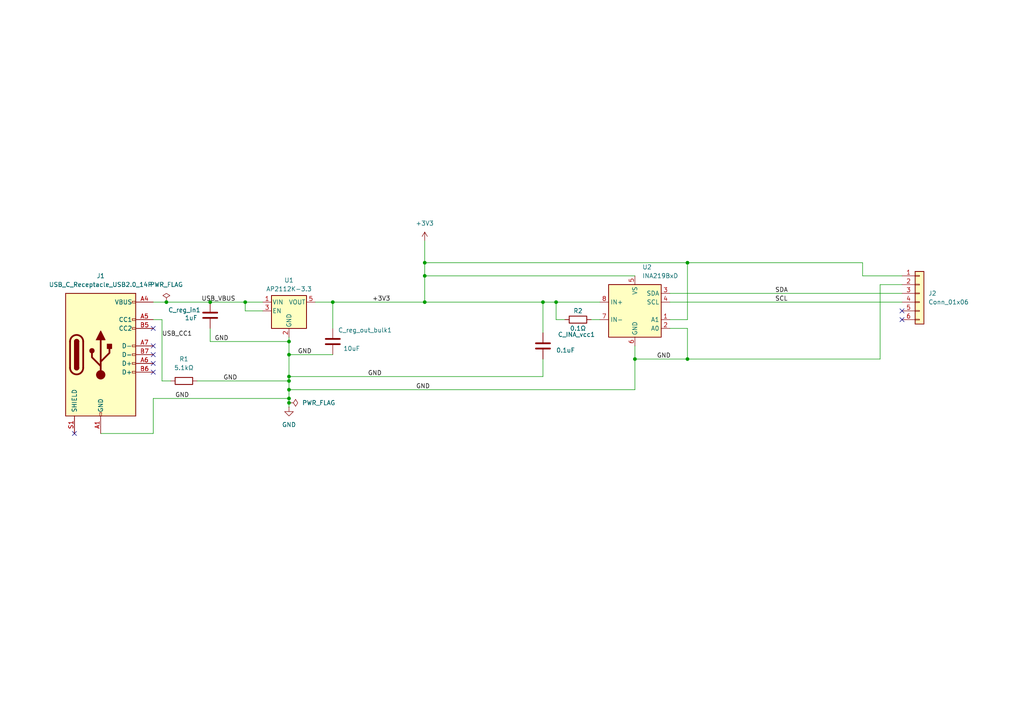
<source format=kicad_sch>
(kicad_sch
	(version 20250114)
	(generator "eeschema")
	(generator_version "9.0")
	(uuid "5fe8dd8f-1522-4771-b9e8-aa045735aa44")
	(paper "A4")
	(title_block
		(title "Smart Power Logger")
		(date "2025-09-25")
		(rev "0")
		(company "Kyle & Tom")
	)
	(lib_symbols
		(symbol "Connector:USB_C_Receptacle_USB2.0_14P"
			(pin_names
				(offset 1.016)
			)
			(exclude_from_sim no)
			(in_bom yes)
			(on_board yes)
			(property "Reference" "J"
				(at 0 22.225 0)
				(effects
					(font
						(size 1.27 1.27)
					)
				)
			)
			(property "Value" "USB_C_Receptacle_USB2.0_14P"
				(at 0 19.685 0)
				(effects
					(font
						(size 1.27 1.27)
					)
				)
			)
			(property "Footprint" ""
				(at 3.81 0 0)
				(effects
					(font
						(size 1.27 1.27)
					)
					(hide yes)
				)
			)
			(property "Datasheet" "https://www.usb.org/sites/default/files/documents/usb_type-c.zip"
				(at 3.81 0 0)
				(effects
					(font
						(size 1.27 1.27)
					)
					(hide yes)
				)
			)
			(property "Description" "USB 2.0-only 14P Type-C Receptacle connector"
				(at 0 0 0)
				(effects
					(font
						(size 1.27 1.27)
					)
					(hide yes)
				)
			)
			(property "ki_keywords" "usb universal serial bus type-C USB2.0"
				(at 0 0 0)
				(effects
					(font
						(size 1.27 1.27)
					)
					(hide yes)
				)
			)
			(property "ki_fp_filters" "USB*C*Receptacle*"
				(at 0 0 0)
				(effects
					(font
						(size 1.27 1.27)
					)
					(hide yes)
				)
			)
			(symbol "USB_C_Receptacle_USB2.0_14P_0_0"
				(rectangle
					(start -0.254 -17.78)
					(end 0.254 -16.764)
					(stroke
						(width 0)
						(type default)
					)
					(fill
						(type none)
					)
				)
				(rectangle
					(start 10.16 15.494)
					(end 9.144 14.986)
					(stroke
						(width 0)
						(type default)
					)
					(fill
						(type none)
					)
				)
				(rectangle
					(start 10.16 10.414)
					(end 9.144 9.906)
					(stroke
						(width 0)
						(type default)
					)
					(fill
						(type none)
					)
				)
				(rectangle
					(start 10.16 7.874)
					(end 9.144 7.366)
					(stroke
						(width 0)
						(type default)
					)
					(fill
						(type none)
					)
				)
				(rectangle
					(start 10.16 2.794)
					(end 9.144 2.286)
					(stroke
						(width 0)
						(type default)
					)
					(fill
						(type none)
					)
				)
				(rectangle
					(start 10.16 0.254)
					(end 9.144 -0.254)
					(stroke
						(width 0)
						(type default)
					)
					(fill
						(type none)
					)
				)
				(rectangle
					(start 10.16 -2.286)
					(end 9.144 -2.794)
					(stroke
						(width 0)
						(type default)
					)
					(fill
						(type none)
					)
				)
				(rectangle
					(start 10.16 -4.826)
					(end 9.144 -5.334)
					(stroke
						(width 0)
						(type default)
					)
					(fill
						(type none)
					)
				)
			)
			(symbol "USB_C_Receptacle_USB2.0_14P_0_1"
				(rectangle
					(start -10.16 17.78)
					(end 10.16 -17.78)
					(stroke
						(width 0.254)
						(type default)
					)
					(fill
						(type background)
					)
				)
				(polyline
					(pts
						(xy -8.89 -3.81) (xy -8.89 3.81)
					)
					(stroke
						(width 0.508)
						(type default)
					)
					(fill
						(type none)
					)
				)
				(rectangle
					(start -7.62 -3.81)
					(end -6.35 3.81)
					(stroke
						(width 0.254)
						(type default)
					)
					(fill
						(type outline)
					)
				)
				(arc
					(start -7.62 3.81)
					(mid -6.985 4.4423)
					(end -6.35 3.81)
					(stroke
						(width 0.254)
						(type default)
					)
					(fill
						(type none)
					)
				)
				(arc
					(start -7.62 3.81)
					(mid -6.985 4.4423)
					(end -6.35 3.81)
					(stroke
						(width 0.254)
						(type default)
					)
					(fill
						(type outline)
					)
				)
				(arc
					(start -8.89 3.81)
					(mid -6.985 5.7067)
					(end -5.08 3.81)
					(stroke
						(width 0.508)
						(type default)
					)
					(fill
						(type none)
					)
				)
				(arc
					(start -5.08 -3.81)
					(mid -6.985 -5.7067)
					(end -8.89 -3.81)
					(stroke
						(width 0.508)
						(type default)
					)
					(fill
						(type none)
					)
				)
				(arc
					(start -6.35 -3.81)
					(mid -6.985 -4.4423)
					(end -7.62 -3.81)
					(stroke
						(width 0.254)
						(type default)
					)
					(fill
						(type none)
					)
				)
				(arc
					(start -6.35 -3.81)
					(mid -6.985 -4.4423)
					(end -7.62 -3.81)
					(stroke
						(width 0.254)
						(type default)
					)
					(fill
						(type outline)
					)
				)
				(polyline
					(pts
						(xy -5.08 3.81) (xy -5.08 -3.81)
					)
					(stroke
						(width 0.508)
						(type default)
					)
					(fill
						(type none)
					)
				)
				(circle
					(center -2.54 1.143)
					(radius 0.635)
					(stroke
						(width 0.254)
						(type default)
					)
					(fill
						(type outline)
					)
				)
				(polyline
					(pts
						(xy -1.27 4.318) (xy 0 6.858) (xy 1.27 4.318) (xy -1.27 4.318)
					)
					(stroke
						(width 0.254)
						(type default)
					)
					(fill
						(type outline)
					)
				)
				(polyline
					(pts
						(xy 0 -2.032) (xy 2.54 0.508) (xy 2.54 1.778)
					)
					(stroke
						(width 0.508)
						(type default)
					)
					(fill
						(type none)
					)
				)
				(polyline
					(pts
						(xy 0 -3.302) (xy -2.54 -0.762) (xy -2.54 0.508)
					)
					(stroke
						(width 0.508)
						(type default)
					)
					(fill
						(type none)
					)
				)
				(polyline
					(pts
						(xy 0 -5.842) (xy 0 4.318)
					)
					(stroke
						(width 0.508)
						(type default)
					)
					(fill
						(type none)
					)
				)
				(circle
					(center 0 -5.842)
					(radius 1.27)
					(stroke
						(width 0)
						(type default)
					)
					(fill
						(type outline)
					)
				)
				(rectangle
					(start 1.905 1.778)
					(end 3.175 3.048)
					(stroke
						(width 0.254)
						(type default)
					)
					(fill
						(type outline)
					)
				)
			)
			(symbol "USB_C_Receptacle_USB2.0_14P_1_1"
				(pin passive line
					(at -7.62 -22.86 90)
					(length 5.08)
					(name "SHIELD"
						(effects
							(font
								(size 1.27 1.27)
							)
						)
					)
					(number "S1"
						(effects
							(font
								(size 1.27 1.27)
							)
						)
					)
				)
				(pin passive line
					(at 0 -22.86 90)
					(length 5.08)
					(name "GND"
						(effects
							(font
								(size 1.27 1.27)
							)
						)
					)
					(number "A1"
						(effects
							(font
								(size 1.27 1.27)
							)
						)
					)
				)
				(pin passive line
					(at 0 -22.86 90)
					(length 5.08)
					(hide yes)
					(name "GND"
						(effects
							(font
								(size 1.27 1.27)
							)
						)
					)
					(number "A12"
						(effects
							(font
								(size 1.27 1.27)
							)
						)
					)
				)
				(pin passive line
					(at 0 -22.86 90)
					(length 5.08)
					(hide yes)
					(name "GND"
						(effects
							(font
								(size 1.27 1.27)
							)
						)
					)
					(number "B1"
						(effects
							(font
								(size 1.27 1.27)
							)
						)
					)
				)
				(pin passive line
					(at 0 -22.86 90)
					(length 5.08)
					(hide yes)
					(name "GND"
						(effects
							(font
								(size 1.27 1.27)
							)
						)
					)
					(number "B12"
						(effects
							(font
								(size 1.27 1.27)
							)
						)
					)
				)
				(pin passive line
					(at 15.24 15.24 180)
					(length 5.08)
					(name "VBUS"
						(effects
							(font
								(size 1.27 1.27)
							)
						)
					)
					(number "A4"
						(effects
							(font
								(size 1.27 1.27)
							)
						)
					)
				)
				(pin passive line
					(at 15.24 15.24 180)
					(length 5.08)
					(hide yes)
					(name "VBUS"
						(effects
							(font
								(size 1.27 1.27)
							)
						)
					)
					(number "A9"
						(effects
							(font
								(size 1.27 1.27)
							)
						)
					)
				)
				(pin passive line
					(at 15.24 15.24 180)
					(length 5.08)
					(hide yes)
					(name "VBUS"
						(effects
							(font
								(size 1.27 1.27)
							)
						)
					)
					(number "B4"
						(effects
							(font
								(size 1.27 1.27)
							)
						)
					)
				)
				(pin passive line
					(at 15.24 15.24 180)
					(length 5.08)
					(hide yes)
					(name "VBUS"
						(effects
							(font
								(size 1.27 1.27)
							)
						)
					)
					(number "B9"
						(effects
							(font
								(size 1.27 1.27)
							)
						)
					)
				)
				(pin bidirectional line
					(at 15.24 10.16 180)
					(length 5.08)
					(name "CC1"
						(effects
							(font
								(size 1.27 1.27)
							)
						)
					)
					(number "A5"
						(effects
							(font
								(size 1.27 1.27)
							)
						)
					)
				)
				(pin bidirectional line
					(at 15.24 7.62 180)
					(length 5.08)
					(name "CC2"
						(effects
							(font
								(size 1.27 1.27)
							)
						)
					)
					(number "B5"
						(effects
							(font
								(size 1.27 1.27)
							)
						)
					)
				)
				(pin bidirectional line
					(at 15.24 2.54 180)
					(length 5.08)
					(name "D-"
						(effects
							(font
								(size 1.27 1.27)
							)
						)
					)
					(number "A7"
						(effects
							(font
								(size 1.27 1.27)
							)
						)
					)
				)
				(pin bidirectional line
					(at 15.24 0 180)
					(length 5.08)
					(name "D-"
						(effects
							(font
								(size 1.27 1.27)
							)
						)
					)
					(number "B7"
						(effects
							(font
								(size 1.27 1.27)
							)
						)
					)
				)
				(pin bidirectional line
					(at 15.24 -2.54 180)
					(length 5.08)
					(name "D+"
						(effects
							(font
								(size 1.27 1.27)
							)
						)
					)
					(number "A6"
						(effects
							(font
								(size 1.27 1.27)
							)
						)
					)
				)
				(pin bidirectional line
					(at 15.24 -5.08 180)
					(length 5.08)
					(name "D+"
						(effects
							(font
								(size 1.27 1.27)
							)
						)
					)
					(number "B6"
						(effects
							(font
								(size 1.27 1.27)
							)
						)
					)
				)
			)
			(embedded_fonts no)
		)
		(symbol "Connector_Generic:Conn_01x06"
			(pin_names
				(offset 1.016)
				(hide yes)
			)
			(exclude_from_sim no)
			(in_bom yes)
			(on_board yes)
			(property "Reference" "J"
				(at 0 7.62 0)
				(effects
					(font
						(size 1.27 1.27)
					)
				)
			)
			(property "Value" "Conn_01x06"
				(at 0 -10.16 0)
				(effects
					(font
						(size 1.27 1.27)
					)
				)
			)
			(property "Footprint" ""
				(at 0 0 0)
				(effects
					(font
						(size 1.27 1.27)
					)
					(hide yes)
				)
			)
			(property "Datasheet" "~"
				(at 0 0 0)
				(effects
					(font
						(size 1.27 1.27)
					)
					(hide yes)
				)
			)
			(property "Description" "Generic connector, single row, 01x06, script generated (kicad-library-utils/schlib/autogen/connector/)"
				(at 0 0 0)
				(effects
					(font
						(size 1.27 1.27)
					)
					(hide yes)
				)
			)
			(property "ki_keywords" "connector"
				(at 0 0 0)
				(effects
					(font
						(size 1.27 1.27)
					)
					(hide yes)
				)
			)
			(property "ki_fp_filters" "Connector*:*_1x??_*"
				(at 0 0 0)
				(effects
					(font
						(size 1.27 1.27)
					)
					(hide yes)
				)
			)
			(symbol "Conn_01x06_1_1"
				(rectangle
					(start -1.27 6.35)
					(end 1.27 -8.89)
					(stroke
						(width 0.254)
						(type default)
					)
					(fill
						(type background)
					)
				)
				(rectangle
					(start -1.27 5.207)
					(end 0 4.953)
					(stroke
						(width 0.1524)
						(type default)
					)
					(fill
						(type none)
					)
				)
				(rectangle
					(start -1.27 2.667)
					(end 0 2.413)
					(stroke
						(width 0.1524)
						(type default)
					)
					(fill
						(type none)
					)
				)
				(rectangle
					(start -1.27 0.127)
					(end 0 -0.127)
					(stroke
						(width 0.1524)
						(type default)
					)
					(fill
						(type none)
					)
				)
				(rectangle
					(start -1.27 -2.413)
					(end 0 -2.667)
					(stroke
						(width 0.1524)
						(type default)
					)
					(fill
						(type none)
					)
				)
				(rectangle
					(start -1.27 -4.953)
					(end 0 -5.207)
					(stroke
						(width 0.1524)
						(type default)
					)
					(fill
						(type none)
					)
				)
				(rectangle
					(start -1.27 -7.493)
					(end 0 -7.747)
					(stroke
						(width 0.1524)
						(type default)
					)
					(fill
						(type none)
					)
				)
				(pin passive line
					(at -5.08 5.08 0)
					(length 3.81)
					(name "Pin_1"
						(effects
							(font
								(size 1.27 1.27)
							)
						)
					)
					(number "1"
						(effects
							(font
								(size 1.27 1.27)
							)
						)
					)
				)
				(pin passive line
					(at -5.08 2.54 0)
					(length 3.81)
					(name "Pin_2"
						(effects
							(font
								(size 1.27 1.27)
							)
						)
					)
					(number "2"
						(effects
							(font
								(size 1.27 1.27)
							)
						)
					)
				)
				(pin passive line
					(at -5.08 0 0)
					(length 3.81)
					(name "Pin_3"
						(effects
							(font
								(size 1.27 1.27)
							)
						)
					)
					(number "3"
						(effects
							(font
								(size 1.27 1.27)
							)
						)
					)
				)
				(pin passive line
					(at -5.08 -2.54 0)
					(length 3.81)
					(name "Pin_4"
						(effects
							(font
								(size 1.27 1.27)
							)
						)
					)
					(number "4"
						(effects
							(font
								(size 1.27 1.27)
							)
						)
					)
				)
				(pin passive line
					(at -5.08 -5.08 0)
					(length 3.81)
					(name "Pin_5"
						(effects
							(font
								(size 1.27 1.27)
							)
						)
					)
					(number "5"
						(effects
							(font
								(size 1.27 1.27)
							)
						)
					)
				)
				(pin passive line
					(at -5.08 -7.62 0)
					(length 3.81)
					(name "Pin_6"
						(effects
							(font
								(size 1.27 1.27)
							)
						)
					)
					(number "6"
						(effects
							(font
								(size 1.27 1.27)
							)
						)
					)
				)
			)
			(embedded_fonts no)
		)
		(symbol "Device:C"
			(pin_numbers
				(hide yes)
			)
			(pin_names
				(offset 0.254)
			)
			(exclude_from_sim no)
			(in_bom yes)
			(on_board yes)
			(property "Reference" "C"
				(at 0.635 2.54 0)
				(effects
					(font
						(size 1.27 1.27)
					)
					(justify left)
				)
			)
			(property "Value" "C"
				(at 0.635 -2.54 0)
				(effects
					(font
						(size 1.27 1.27)
					)
					(justify left)
				)
			)
			(property "Footprint" ""
				(at 0.9652 -3.81 0)
				(effects
					(font
						(size 1.27 1.27)
					)
					(hide yes)
				)
			)
			(property "Datasheet" "~"
				(at 0 0 0)
				(effects
					(font
						(size 1.27 1.27)
					)
					(hide yes)
				)
			)
			(property "Description" "Unpolarized capacitor"
				(at 0 0 0)
				(effects
					(font
						(size 1.27 1.27)
					)
					(hide yes)
				)
			)
			(property "ki_keywords" "cap capacitor"
				(at 0 0 0)
				(effects
					(font
						(size 1.27 1.27)
					)
					(hide yes)
				)
			)
			(property "ki_fp_filters" "C_*"
				(at 0 0 0)
				(effects
					(font
						(size 1.27 1.27)
					)
					(hide yes)
				)
			)
			(symbol "C_0_1"
				(polyline
					(pts
						(xy -2.032 0.762) (xy 2.032 0.762)
					)
					(stroke
						(width 0.508)
						(type default)
					)
					(fill
						(type none)
					)
				)
				(polyline
					(pts
						(xy -2.032 -0.762) (xy 2.032 -0.762)
					)
					(stroke
						(width 0.508)
						(type default)
					)
					(fill
						(type none)
					)
				)
			)
			(symbol "C_1_1"
				(pin passive line
					(at 0 3.81 270)
					(length 2.794)
					(name "~"
						(effects
							(font
								(size 1.27 1.27)
							)
						)
					)
					(number "1"
						(effects
							(font
								(size 1.27 1.27)
							)
						)
					)
				)
				(pin passive line
					(at 0 -3.81 90)
					(length 2.794)
					(name "~"
						(effects
							(font
								(size 1.27 1.27)
							)
						)
					)
					(number "2"
						(effects
							(font
								(size 1.27 1.27)
							)
						)
					)
				)
			)
			(embedded_fonts no)
		)
		(symbol "Device:R"
			(pin_numbers
				(hide yes)
			)
			(pin_names
				(offset 0)
			)
			(exclude_from_sim no)
			(in_bom yes)
			(on_board yes)
			(property "Reference" "R"
				(at 2.032 0 90)
				(effects
					(font
						(size 1.27 1.27)
					)
				)
			)
			(property "Value" "R"
				(at 0 0 90)
				(effects
					(font
						(size 1.27 1.27)
					)
				)
			)
			(property "Footprint" ""
				(at -1.778 0 90)
				(effects
					(font
						(size 1.27 1.27)
					)
					(hide yes)
				)
			)
			(property "Datasheet" "~"
				(at 0 0 0)
				(effects
					(font
						(size 1.27 1.27)
					)
					(hide yes)
				)
			)
			(property "Description" "Resistor"
				(at 0 0 0)
				(effects
					(font
						(size 1.27 1.27)
					)
					(hide yes)
				)
			)
			(property "ki_keywords" "R res resistor"
				(at 0 0 0)
				(effects
					(font
						(size 1.27 1.27)
					)
					(hide yes)
				)
			)
			(property "ki_fp_filters" "R_*"
				(at 0 0 0)
				(effects
					(font
						(size 1.27 1.27)
					)
					(hide yes)
				)
			)
			(symbol "R_0_1"
				(rectangle
					(start -1.016 -2.54)
					(end 1.016 2.54)
					(stroke
						(width 0.254)
						(type default)
					)
					(fill
						(type none)
					)
				)
			)
			(symbol "R_1_1"
				(pin passive line
					(at 0 3.81 270)
					(length 1.27)
					(name "~"
						(effects
							(font
								(size 1.27 1.27)
							)
						)
					)
					(number "1"
						(effects
							(font
								(size 1.27 1.27)
							)
						)
					)
				)
				(pin passive line
					(at 0 -3.81 90)
					(length 1.27)
					(name "~"
						(effects
							(font
								(size 1.27 1.27)
							)
						)
					)
					(number "2"
						(effects
							(font
								(size 1.27 1.27)
							)
						)
					)
				)
			)
			(embedded_fonts no)
		)
		(symbol "Regulator_Linear:AP2112K-3.3"
			(pin_names
				(offset 0.254)
			)
			(exclude_from_sim no)
			(in_bom yes)
			(on_board yes)
			(property "Reference" "U"
				(at -5.08 5.715 0)
				(effects
					(font
						(size 1.27 1.27)
					)
					(justify left)
				)
			)
			(property "Value" "AP2112K-3.3"
				(at 0 5.715 0)
				(effects
					(font
						(size 1.27 1.27)
					)
					(justify left)
				)
			)
			(property "Footprint" "Package_TO_SOT_SMD:SOT-23-5"
				(at 0 8.255 0)
				(effects
					(font
						(size 1.27 1.27)
					)
					(hide yes)
				)
			)
			(property "Datasheet" "https://www.diodes.com/assets/Datasheets/AP2112.pdf"
				(at 0 2.54 0)
				(effects
					(font
						(size 1.27 1.27)
					)
					(hide yes)
				)
			)
			(property "Description" "600mA low dropout linear regulator, with enable pin, 3.8V-6V input voltage range, 3.3V fixed positive output, SOT-23-5"
				(at 0 0 0)
				(effects
					(font
						(size 1.27 1.27)
					)
					(hide yes)
				)
			)
			(property "ki_keywords" "linear regulator ldo fixed positive"
				(at 0 0 0)
				(effects
					(font
						(size 1.27 1.27)
					)
					(hide yes)
				)
			)
			(property "ki_fp_filters" "SOT?23?5*"
				(at 0 0 0)
				(effects
					(font
						(size 1.27 1.27)
					)
					(hide yes)
				)
			)
			(symbol "AP2112K-3.3_0_1"
				(rectangle
					(start -5.08 4.445)
					(end 5.08 -5.08)
					(stroke
						(width 0.254)
						(type default)
					)
					(fill
						(type background)
					)
				)
			)
			(symbol "AP2112K-3.3_1_1"
				(pin power_in line
					(at -7.62 2.54 0)
					(length 2.54)
					(name "VIN"
						(effects
							(font
								(size 1.27 1.27)
							)
						)
					)
					(number "1"
						(effects
							(font
								(size 1.27 1.27)
							)
						)
					)
				)
				(pin input line
					(at -7.62 0 0)
					(length 2.54)
					(name "EN"
						(effects
							(font
								(size 1.27 1.27)
							)
						)
					)
					(number "3"
						(effects
							(font
								(size 1.27 1.27)
							)
						)
					)
				)
				(pin power_in line
					(at 0 -7.62 90)
					(length 2.54)
					(name "GND"
						(effects
							(font
								(size 1.27 1.27)
							)
						)
					)
					(number "2"
						(effects
							(font
								(size 1.27 1.27)
							)
						)
					)
				)
				(pin no_connect line
					(at 5.08 0 180)
					(length 2.54)
					(hide yes)
					(name "NC"
						(effects
							(font
								(size 1.27 1.27)
							)
						)
					)
					(number "4"
						(effects
							(font
								(size 1.27 1.27)
							)
						)
					)
				)
				(pin power_out line
					(at 7.62 2.54 180)
					(length 2.54)
					(name "VOUT"
						(effects
							(font
								(size 1.27 1.27)
							)
						)
					)
					(number "5"
						(effects
							(font
								(size 1.27 1.27)
							)
						)
					)
				)
			)
			(embedded_fonts no)
		)
		(symbol "Sensor_Energy:INA219BxD"
			(exclude_from_sim no)
			(in_bom yes)
			(on_board yes)
			(property "Reference" "U"
				(at -6.35 8.89 0)
				(effects
					(font
						(size 1.27 1.27)
					)
				)
			)
			(property "Value" "INA219BxD"
				(at 5.08 8.89 0)
				(effects
					(font
						(size 1.27 1.27)
					)
				)
			)
			(property "Footprint" "Package_SO:SOIC-8_3.9x4.9mm_P1.27mm"
				(at 20.32 -8.89 0)
				(effects
					(font
						(size 1.27 1.27)
					)
					(hide yes)
				)
			)
			(property "Datasheet" "http://www.ti.com/lit/ds/symlink/ina219.pdf"
				(at 8.89 -2.54 0)
				(effects
					(font
						(size 1.27 1.27)
					)
					(hide yes)
				)
			)
			(property "Description" "Zero-Drift, HighAccuracy, Bidirectional Current/Power Monitor (0-26V) With I2C Interface, SOIC-8"
				(at 0 0 0)
				(effects
					(font
						(size 1.27 1.27)
					)
					(hide yes)
				)
			)
			(property "ki_keywords" "ADC I2C 16-Bit Oversampling Current Shunt"
				(at 0 0 0)
				(effects
					(font
						(size 1.27 1.27)
					)
					(hide yes)
				)
			)
			(property "ki_fp_filters" "SOIC*3.9x4.9mm*P1.27mm*"
				(at 0 0 0)
				(effects
					(font
						(size 1.27 1.27)
					)
					(hide yes)
				)
			)
			(symbol "INA219BxD_0_1"
				(rectangle
					(start -7.62 7.62)
					(end 7.62 -7.62)
					(stroke
						(width 0.254)
						(type default)
					)
					(fill
						(type background)
					)
				)
			)
			(symbol "INA219BxD_1_1"
				(pin input line
					(at -10.16 2.54 0)
					(length 2.54)
					(name "IN+"
						(effects
							(font
								(size 1.27 1.27)
							)
						)
					)
					(number "8"
						(effects
							(font
								(size 1.27 1.27)
							)
						)
					)
				)
				(pin input line
					(at -10.16 -2.54 0)
					(length 2.54)
					(name "IN-"
						(effects
							(font
								(size 1.27 1.27)
							)
						)
					)
					(number "7"
						(effects
							(font
								(size 1.27 1.27)
							)
						)
					)
				)
				(pin power_in line
					(at 0 10.16 270)
					(length 2.54)
					(name "VS"
						(effects
							(font
								(size 1.27 1.27)
							)
						)
					)
					(number "5"
						(effects
							(font
								(size 1.27 1.27)
							)
						)
					)
				)
				(pin power_in line
					(at 0 -10.16 90)
					(length 2.54)
					(name "GND"
						(effects
							(font
								(size 1.27 1.27)
							)
						)
					)
					(number "6"
						(effects
							(font
								(size 1.27 1.27)
							)
						)
					)
				)
				(pin bidirectional line
					(at 10.16 5.08 180)
					(length 2.54)
					(name "SDA"
						(effects
							(font
								(size 1.27 1.27)
							)
						)
					)
					(number "3"
						(effects
							(font
								(size 1.27 1.27)
							)
						)
					)
				)
				(pin input line
					(at 10.16 2.54 180)
					(length 2.54)
					(name "SCL"
						(effects
							(font
								(size 1.27 1.27)
							)
						)
					)
					(number "4"
						(effects
							(font
								(size 1.27 1.27)
							)
						)
					)
				)
				(pin input line
					(at 10.16 -2.54 180)
					(length 2.54)
					(name "A1"
						(effects
							(font
								(size 1.27 1.27)
							)
						)
					)
					(number "1"
						(effects
							(font
								(size 1.27 1.27)
							)
						)
					)
				)
				(pin input line
					(at 10.16 -5.08 180)
					(length 2.54)
					(name "A0"
						(effects
							(font
								(size 1.27 1.27)
							)
						)
					)
					(number "2"
						(effects
							(font
								(size 1.27 1.27)
							)
						)
					)
				)
			)
			(embedded_fonts no)
		)
		(symbol "power:+3V3"
			(power)
			(pin_numbers
				(hide yes)
			)
			(pin_names
				(offset 0)
				(hide yes)
			)
			(exclude_from_sim no)
			(in_bom yes)
			(on_board yes)
			(property "Reference" "#PWR"
				(at 0 -3.81 0)
				(effects
					(font
						(size 1.27 1.27)
					)
					(hide yes)
				)
			)
			(property "Value" "+3V3"
				(at 0 3.556 0)
				(effects
					(font
						(size 1.27 1.27)
					)
				)
			)
			(property "Footprint" ""
				(at 0 0 0)
				(effects
					(font
						(size 1.27 1.27)
					)
					(hide yes)
				)
			)
			(property "Datasheet" ""
				(at 0 0 0)
				(effects
					(font
						(size 1.27 1.27)
					)
					(hide yes)
				)
			)
			(property "Description" "Power symbol creates a global label with name \"+3V3\""
				(at 0 0 0)
				(effects
					(font
						(size 1.27 1.27)
					)
					(hide yes)
				)
			)
			(property "ki_keywords" "global power"
				(at 0 0 0)
				(effects
					(font
						(size 1.27 1.27)
					)
					(hide yes)
				)
			)
			(symbol "+3V3_0_1"
				(polyline
					(pts
						(xy -0.762 1.27) (xy 0 2.54)
					)
					(stroke
						(width 0)
						(type default)
					)
					(fill
						(type none)
					)
				)
				(polyline
					(pts
						(xy 0 2.54) (xy 0.762 1.27)
					)
					(stroke
						(width 0)
						(type default)
					)
					(fill
						(type none)
					)
				)
				(polyline
					(pts
						(xy 0 0) (xy 0 2.54)
					)
					(stroke
						(width 0)
						(type default)
					)
					(fill
						(type none)
					)
				)
			)
			(symbol "+3V3_1_1"
				(pin power_in line
					(at 0 0 90)
					(length 0)
					(name "~"
						(effects
							(font
								(size 1.27 1.27)
							)
						)
					)
					(number "1"
						(effects
							(font
								(size 1.27 1.27)
							)
						)
					)
				)
			)
			(embedded_fonts no)
		)
		(symbol "power:GND"
			(power)
			(pin_numbers
				(hide yes)
			)
			(pin_names
				(offset 0)
				(hide yes)
			)
			(exclude_from_sim no)
			(in_bom yes)
			(on_board yes)
			(property "Reference" "#PWR"
				(at 0 -6.35 0)
				(effects
					(font
						(size 1.27 1.27)
					)
					(hide yes)
				)
			)
			(property "Value" "GND"
				(at 0 -3.81 0)
				(effects
					(font
						(size 1.27 1.27)
					)
				)
			)
			(property "Footprint" ""
				(at 0 0 0)
				(effects
					(font
						(size 1.27 1.27)
					)
					(hide yes)
				)
			)
			(property "Datasheet" ""
				(at 0 0 0)
				(effects
					(font
						(size 1.27 1.27)
					)
					(hide yes)
				)
			)
			(property "Description" "Power symbol creates a global label with name \"GND\" , ground"
				(at 0 0 0)
				(effects
					(font
						(size 1.27 1.27)
					)
					(hide yes)
				)
			)
			(property "ki_keywords" "global power"
				(at 0 0 0)
				(effects
					(font
						(size 1.27 1.27)
					)
					(hide yes)
				)
			)
			(symbol "GND_0_1"
				(polyline
					(pts
						(xy 0 0) (xy 0 -1.27) (xy 1.27 -1.27) (xy 0 -2.54) (xy -1.27 -1.27) (xy 0 -1.27)
					)
					(stroke
						(width 0)
						(type default)
					)
					(fill
						(type none)
					)
				)
			)
			(symbol "GND_1_1"
				(pin power_in line
					(at 0 0 270)
					(length 0)
					(name "~"
						(effects
							(font
								(size 1.27 1.27)
							)
						)
					)
					(number "1"
						(effects
							(font
								(size 1.27 1.27)
							)
						)
					)
				)
			)
			(embedded_fonts no)
		)
		(symbol "power:PWR_FLAG"
			(power)
			(pin_numbers
				(hide yes)
			)
			(pin_names
				(offset 0)
				(hide yes)
			)
			(exclude_from_sim no)
			(in_bom yes)
			(on_board yes)
			(property "Reference" "#FLG"
				(at 0 1.905 0)
				(effects
					(font
						(size 1.27 1.27)
					)
					(hide yes)
				)
			)
			(property "Value" "PWR_FLAG"
				(at 0 3.81 0)
				(effects
					(font
						(size 1.27 1.27)
					)
				)
			)
			(property "Footprint" ""
				(at 0 0 0)
				(effects
					(font
						(size 1.27 1.27)
					)
					(hide yes)
				)
			)
			(property "Datasheet" "~"
				(at 0 0 0)
				(effects
					(font
						(size 1.27 1.27)
					)
					(hide yes)
				)
			)
			(property "Description" "Special symbol for telling ERC where power comes from"
				(at 0 0 0)
				(effects
					(font
						(size 1.27 1.27)
					)
					(hide yes)
				)
			)
			(property "ki_keywords" "flag power"
				(at 0 0 0)
				(effects
					(font
						(size 1.27 1.27)
					)
					(hide yes)
				)
			)
			(symbol "PWR_FLAG_0_0"
				(pin power_out line
					(at 0 0 90)
					(length 0)
					(name "~"
						(effects
							(font
								(size 1.27 1.27)
							)
						)
					)
					(number "1"
						(effects
							(font
								(size 1.27 1.27)
							)
						)
					)
				)
			)
			(symbol "PWR_FLAG_0_1"
				(polyline
					(pts
						(xy 0 0) (xy 0 1.27) (xy -1.016 1.905) (xy 0 2.54) (xy 1.016 1.905) (xy 0 1.27)
					)
					(stroke
						(width 0)
						(type default)
					)
					(fill
						(type none)
					)
				)
			)
			(embedded_fonts no)
		)
	)
	(junction
		(at 161.29 87.63)
		(diameter 0)
		(color 0 0 0 0)
		(uuid "0f2e7c11-f180-4acc-8769-cf098247bef5")
	)
	(junction
		(at 83.82 99.06)
		(diameter 0)
		(color 0 0 0 0)
		(uuid "11ef0a90-027a-4104-9a5a-cd4de42d2423")
	)
	(junction
		(at 96.52 87.63)
		(diameter 0)
		(color 0 0 0 0)
		(uuid "211a38da-51a1-4618-bffa-af0e52335783")
	)
	(junction
		(at 83.82 116.84)
		(diameter 0)
		(color 0 0 0 0)
		(uuid "2c49dc31-b14d-4974-8b76-b800ec52c4d5")
	)
	(junction
		(at 71.12 87.63)
		(diameter 0)
		(color 0 0 0 0)
		(uuid "3ea9960d-1364-4970-a8ca-6dadb0716b3e")
	)
	(junction
		(at 123.19 80.01)
		(diameter 0)
		(color 0 0 0 0)
		(uuid "46301a53-c927-4d81-a8f9-b318c2e494f7")
	)
	(junction
		(at 184.15 104.14)
		(diameter 0)
		(color 0 0 0 0)
		(uuid "5158a3be-ca56-4418-b628-fe84f0b02114")
	)
	(junction
		(at 123.19 76.2)
		(diameter 0)
		(color 0 0 0 0)
		(uuid "5b64fe75-550d-4702-a9e8-49d03c4c9f83")
	)
	(junction
		(at 60.96 87.63)
		(diameter 0)
		(color 0 0 0 0)
		(uuid "5b6e7012-9c44-4e88-9a8c-af99c8b59096")
	)
	(junction
		(at 83.82 110.49)
		(diameter 0)
		(color 0 0 0 0)
		(uuid "6955d023-f0b4-45e9-a769-57cca9005014")
	)
	(junction
		(at 83.82 102.87)
		(diameter 0)
		(color 0 0 0 0)
		(uuid "6bda46cf-b119-43cc-890f-1c5e82532e5c")
	)
	(junction
		(at 48.26 87.63)
		(diameter 0)
		(color 0 0 0 0)
		(uuid "81403dc7-d402-4c1c-9a42-c40bb63f4bad")
	)
	(junction
		(at 199.39 104.14)
		(diameter 0)
		(color 0 0 0 0)
		(uuid "84b3ada5-c3a1-4a82-9669-ab594e678cdb")
	)
	(junction
		(at 123.19 87.63)
		(diameter 0)
		(color 0 0 0 0)
		(uuid "89437c05-9af2-45e3-9003-c6f98f041bb9")
	)
	(junction
		(at 83.82 109.22)
		(diameter 0)
		(color 0 0 0 0)
		(uuid "9ef6c6a1-de15-404c-a867-265aa5f15575")
	)
	(junction
		(at 157.48 87.63)
		(diameter 0)
		(color 0 0 0 0)
		(uuid "a74f5813-6fb5-4e2d-9812-deb3c43c6c23")
	)
	(junction
		(at 83.82 113.03)
		(diameter 0)
		(color 0 0 0 0)
		(uuid "b8e0d33c-c605-4745-b04c-10f2cff1d1e8")
	)
	(junction
		(at 199.39 76.2)
		(diameter 0)
		(color 0 0 0 0)
		(uuid "ddb5e378-25c0-461b-b37f-abb08dbc9e59")
	)
	(junction
		(at 83.82 115.57)
		(diameter 0)
		(color 0 0 0 0)
		(uuid "f5676e11-5480-4be9-b059-a432b652e62e")
	)
	(no_connect
		(at 21.59 125.73)
		(uuid "34a0f28e-122c-48fb-ad97-83664e8927f2")
	)
	(no_connect
		(at 44.45 105.41)
		(uuid "45a4e2c2-bec5-46fa-9d4f-88c850cbea25")
	)
	(no_connect
		(at 44.45 95.25)
		(uuid "54434ff9-a911-4a62-aa21-f46cfbb712b1")
	)
	(no_connect
		(at 261.62 92.71)
		(uuid "67e57d3a-20bf-49ed-aa57-a880030275e5")
	)
	(no_connect
		(at 261.62 90.17)
		(uuid "9d8fdcf6-eb31-4b4c-bdb7-2c1ed2076a12")
	)
	(no_connect
		(at 44.45 102.87)
		(uuid "bb6f1578-ece1-43f6-ad13-6a489e976fbf")
	)
	(no_connect
		(at 44.45 100.33)
		(uuid "d83f24e0-c050-471d-abf1-7054632250c1")
	)
	(no_connect
		(at 44.45 107.95)
		(uuid "dea28dd9-ad04-441b-aade-768bde8e0c97")
	)
	(wire
		(pts
			(xy 199.39 76.2) (xy 250.19 76.2)
		)
		(stroke
			(width 0)
			(type default)
		)
		(uuid "0658c61a-9f85-4f3f-b563-9e8a9f7a9d69")
	)
	(wire
		(pts
			(xy 96.52 87.63) (xy 96.52 95.25)
		)
		(stroke
			(width 0)
			(type default)
		)
		(uuid "0aee07ce-6a49-4d9d-8447-59a19cb9f750")
	)
	(wire
		(pts
			(xy 57.15 110.49) (xy 83.82 110.49)
		)
		(stroke
			(width 0)
			(type default)
		)
		(uuid "0af9d70c-b792-491b-944e-a78420aa0653")
	)
	(wire
		(pts
			(xy 255.27 82.55) (xy 255.27 104.14)
		)
		(stroke
			(width 0)
			(type default)
		)
		(uuid "0b89285b-840f-439f-97c5-e2eb15236c49")
	)
	(wire
		(pts
			(xy 44.45 115.57) (xy 83.82 115.57)
		)
		(stroke
			(width 0)
			(type default)
		)
		(uuid "13e2646a-7ce3-454a-97ed-fabcc2b0cc94")
	)
	(wire
		(pts
			(xy 194.31 92.71) (xy 199.39 92.71)
		)
		(stroke
			(width 0)
			(type default)
		)
		(uuid "148b4428-2ed9-45cf-b6d8-d0495073fabe")
	)
	(wire
		(pts
			(xy 83.82 116.84) (xy 83.82 118.11)
		)
		(stroke
			(width 0)
			(type default)
		)
		(uuid "16798350-63bb-4347-a3a6-be80866dbddf")
	)
	(wire
		(pts
			(xy 123.19 76.2) (xy 123.19 80.01)
		)
		(stroke
			(width 0)
			(type default)
		)
		(uuid "252e9023-2755-4c32-8b03-6f8e95c0b19e")
	)
	(wire
		(pts
			(xy 83.82 99.06) (xy 83.82 102.87)
		)
		(stroke
			(width 0)
			(type default)
		)
		(uuid "291130c7-0e81-44c9-92ca-4196957a4d9f")
	)
	(wire
		(pts
			(xy 199.39 104.14) (xy 184.15 104.14)
		)
		(stroke
			(width 0)
			(type default)
		)
		(uuid "2a40d19d-2386-435f-8a55-4b8026986d4c")
	)
	(wire
		(pts
			(xy 83.82 110.49) (xy 83.82 113.03)
		)
		(stroke
			(width 0)
			(type default)
		)
		(uuid "2abd2f1c-3a68-49a2-9685-d31808f85730")
	)
	(wire
		(pts
			(xy 261.62 82.55) (xy 255.27 82.55)
		)
		(stroke
			(width 0)
			(type default)
		)
		(uuid "2b7b3024-720f-4c8a-adb6-76e36bbe930c")
	)
	(wire
		(pts
			(xy 91.44 87.63) (xy 96.52 87.63)
		)
		(stroke
			(width 0)
			(type default)
		)
		(uuid "3c4f2a2c-6855-4fb6-a2c3-6c918cccf0e8")
	)
	(wire
		(pts
			(xy 194.31 95.25) (xy 199.39 95.25)
		)
		(stroke
			(width 0)
			(type default)
		)
		(uuid "4908bdc2-94c8-4f29-b748-de89ea669107")
	)
	(wire
		(pts
			(xy 83.82 97.79) (xy 83.82 99.06)
		)
		(stroke
			(width 0)
			(type default)
		)
		(uuid "4bf61573-d384-4a3a-b90e-4c3654155812")
	)
	(wire
		(pts
			(xy 157.48 104.14) (xy 157.48 109.22)
		)
		(stroke
			(width 0)
			(type default)
		)
		(uuid "5a930d55-7614-4cd6-9674-8b242105c2b3")
	)
	(wire
		(pts
			(xy 46.99 110.49) (xy 49.53 110.49)
		)
		(stroke
			(width 0)
			(type default)
		)
		(uuid "5b6e4661-b1f1-4039-b1bd-9a3b194f0612")
	)
	(wire
		(pts
			(xy 44.45 92.71) (xy 46.99 92.71)
		)
		(stroke
			(width 0)
			(type default)
		)
		(uuid "5b9279b0-3f82-4bff-8fc3-313ba3af0d49")
	)
	(wire
		(pts
			(xy 123.19 80.01) (xy 123.19 87.63)
		)
		(stroke
			(width 0)
			(type default)
		)
		(uuid "5c1498af-8a5e-42dc-9f96-d160b7eb36cd")
	)
	(wire
		(pts
			(xy 83.82 109.22) (xy 83.82 110.49)
		)
		(stroke
			(width 0)
			(type default)
		)
		(uuid "5e4fbeee-e034-46cf-b169-b1d084020d72")
	)
	(wire
		(pts
			(xy 161.29 92.71) (xy 161.29 87.63)
		)
		(stroke
			(width 0)
			(type default)
		)
		(uuid "5e708383-b34b-472e-9f46-5be07f3f159d")
	)
	(wire
		(pts
			(xy 199.39 76.2) (xy 199.39 92.71)
		)
		(stroke
			(width 0)
			(type default)
		)
		(uuid "5eccc635-7138-4899-a97e-1cb8f4c3a563")
	)
	(wire
		(pts
			(xy 199.39 95.25) (xy 199.39 104.14)
		)
		(stroke
			(width 0)
			(type default)
		)
		(uuid "5fc55bb2-03f0-43dd-813f-c62deda72b80")
	)
	(wire
		(pts
			(xy 255.27 104.14) (xy 199.39 104.14)
		)
		(stroke
			(width 0)
			(type default)
		)
		(uuid "6452b91b-8ebc-4570-97ea-cbaa64e29b09")
	)
	(wire
		(pts
			(xy 261.62 80.01) (xy 250.19 80.01)
		)
		(stroke
			(width 0)
			(type default)
		)
		(uuid "67c4dbf9-682e-40cc-9aae-fd68dff55c33")
	)
	(wire
		(pts
			(xy 60.96 99.06) (xy 83.82 99.06)
		)
		(stroke
			(width 0)
			(type default)
		)
		(uuid "6c7cf2b9-57b1-4b84-9e36-c660f0e21668")
	)
	(wire
		(pts
			(xy 157.48 87.63) (xy 157.48 96.52)
		)
		(stroke
			(width 0)
			(type default)
		)
		(uuid "6d79242a-5882-4bda-8fdc-a1c51c484db8")
	)
	(wire
		(pts
			(xy 184.15 100.33) (xy 184.15 104.14)
		)
		(stroke
			(width 0)
			(type default)
		)
		(uuid "70c5bbe6-cbe2-45af-88a9-74d642c98b48")
	)
	(wire
		(pts
			(xy 71.12 87.63) (xy 76.2 87.63)
		)
		(stroke
			(width 0)
			(type default)
		)
		(uuid "741a7b91-86e9-46a9-b423-e2388d6487e6")
	)
	(wire
		(pts
			(xy 83.82 102.87) (xy 83.82 109.22)
		)
		(stroke
			(width 0)
			(type default)
		)
		(uuid "770ba5a7-48ca-476f-b498-e7a9990c6fd5")
	)
	(wire
		(pts
			(xy 29.21 125.73) (xy 44.45 125.73)
		)
		(stroke
			(width 0)
			(type default)
		)
		(uuid "79ba9d43-fbd4-4511-a9ef-a3b21566dc06")
	)
	(wire
		(pts
			(xy 71.12 87.63) (xy 71.12 90.17)
		)
		(stroke
			(width 0)
			(type default)
		)
		(uuid "82036ba2-ec2a-49c7-abfb-d8d1c9276e2a")
	)
	(wire
		(pts
			(xy 157.48 87.63) (xy 161.29 87.63)
		)
		(stroke
			(width 0)
			(type default)
		)
		(uuid "822197cd-ae50-42b3-bbec-7d5ad5d35119")
	)
	(wire
		(pts
			(xy 123.19 80.01) (xy 184.15 80.01)
		)
		(stroke
			(width 0)
			(type default)
		)
		(uuid "8397771a-ddee-4722-b98a-c130c81275d3")
	)
	(wire
		(pts
			(xy 44.45 87.63) (xy 48.26 87.63)
		)
		(stroke
			(width 0)
			(type default)
		)
		(uuid "895ca0bd-49a5-4914-9b1c-ab7aabeaf8c3")
	)
	(wire
		(pts
			(xy 60.96 87.63) (xy 71.12 87.63)
		)
		(stroke
			(width 0)
			(type default)
		)
		(uuid "8aad1ab4-9d65-433d-aa48-7a4811178d81")
	)
	(wire
		(pts
			(xy 161.29 87.63) (xy 173.99 87.63)
		)
		(stroke
			(width 0)
			(type default)
		)
		(uuid "8f29725f-ac85-4cc4-a9f3-af8e4b05768c")
	)
	(wire
		(pts
			(xy 171.45 92.71) (xy 173.99 92.71)
		)
		(stroke
			(width 0)
			(type default)
		)
		(uuid "9731dc00-ed99-4a5a-87aa-e42dab15dc17")
	)
	(wire
		(pts
			(xy 184.15 113.03) (xy 184.15 104.14)
		)
		(stroke
			(width 0)
			(type default)
		)
		(uuid "97d40aa9-31fb-4afd-b93a-06655c23856d")
	)
	(wire
		(pts
			(xy 71.12 90.17) (xy 76.2 90.17)
		)
		(stroke
			(width 0)
			(type default)
		)
		(uuid "a9954309-aff6-46d8-97c0-729e08d3f251")
	)
	(wire
		(pts
			(xy 83.82 113.03) (xy 184.15 113.03)
		)
		(stroke
			(width 0)
			(type default)
		)
		(uuid "aa05977e-4a1f-402d-8026-98c159879be9")
	)
	(wire
		(pts
			(xy 123.19 87.63) (xy 157.48 87.63)
		)
		(stroke
			(width 0)
			(type default)
		)
		(uuid "ae4a7b96-09e0-458e-9489-f770109cf861")
	)
	(wire
		(pts
			(xy 60.96 95.25) (xy 60.96 99.06)
		)
		(stroke
			(width 0)
			(type default)
		)
		(uuid "b3a8eadc-90a4-4ade-80ff-b8c7b29a114a")
	)
	(wire
		(pts
			(xy 83.82 102.87) (xy 96.52 102.87)
		)
		(stroke
			(width 0)
			(type default)
		)
		(uuid "c07723ee-8c97-445f-93aa-e45049853341")
	)
	(wire
		(pts
			(xy 157.48 109.22) (xy 83.82 109.22)
		)
		(stroke
			(width 0)
			(type default)
		)
		(uuid "c2564deb-cd4f-4795-b3e1-b754ff01dbb2")
	)
	(wire
		(pts
			(xy 123.19 69.85) (xy 123.19 76.2)
		)
		(stroke
			(width 0)
			(type default)
		)
		(uuid "c2c4e64b-5ff8-42d7-8586-80dbd6f7c0db")
	)
	(wire
		(pts
			(xy 123.19 76.2) (xy 199.39 76.2)
		)
		(stroke
			(width 0)
			(type default)
		)
		(uuid "cc59fd50-665f-445f-ab28-af2bcd5452c1")
	)
	(wire
		(pts
			(xy 46.99 92.71) (xy 46.99 110.49)
		)
		(stroke
			(width 0)
			(type default)
		)
		(uuid "cde97621-762e-4b69-b3a0-c68aafe32a59")
	)
	(wire
		(pts
			(xy 48.26 87.63) (xy 60.96 87.63)
		)
		(stroke
			(width 0)
			(type default)
		)
		(uuid "d0031f34-bcbf-4bdc-88e9-c64575fc1127")
	)
	(wire
		(pts
			(xy 96.52 87.63) (xy 123.19 87.63)
		)
		(stroke
			(width 0)
			(type default)
		)
		(uuid "d681c372-b390-4b9e-b75d-cfbd8ae3e8fd")
	)
	(wire
		(pts
			(xy 194.31 85.09) (xy 261.62 85.09)
		)
		(stroke
			(width 0)
			(type default)
		)
		(uuid "d895c954-c3cf-4ef7-b5d1-b37a8ebb6203")
	)
	(wire
		(pts
			(xy 83.82 115.57) (xy 83.82 116.84)
		)
		(stroke
			(width 0)
			(type default)
		)
		(uuid "e3c1e6da-bb31-49a1-b531-ce2cf899e8b2")
	)
	(wire
		(pts
			(xy 250.19 76.2) (xy 250.19 80.01)
		)
		(stroke
			(width 0)
			(type default)
		)
		(uuid "ec7ecd70-a45b-4a4e-8d46-deeb6fe6523e")
	)
	(wire
		(pts
			(xy 83.82 113.03) (xy 83.82 115.57)
		)
		(stroke
			(width 0)
			(type default)
		)
		(uuid "f2cd3fe3-66af-4547-b2e5-7ec2c0cefcf4")
	)
	(wire
		(pts
			(xy 163.83 92.71) (xy 161.29 92.71)
		)
		(stroke
			(width 0)
			(type default)
		)
		(uuid "f93dc25a-a9ac-4e6c-acc2-1f6b98c3b10a")
	)
	(wire
		(pts
			(xy 44.45 125.73) (xy 44.45 115.57)
		)
		(stroke
			(width 0)
			(type default)
		)
		(uuid "fb03184a-db06-434d-a48c-1bd915ece627")
	)
	(wire
		(pts
			(xy 194.31 87.63) (xy 261.62 87.63)
		)
		(stroke
			(width 0)
			(type default)
		)
		(uuid "fec34793-5175-4503-9a7d-49565f69ddfd")
	)
	(label "USB_VBUS"
		(at 58.42 87.63 0)
		(effects
			(font
				(size 1.27 1.27)
			)
			(justify left bottom)
		)
		(uuid "03d826b3-ae8e-4717-8c88-2ddbc24eeee8")
	)
	(label "GND"
		(at 50.8 115.57 0)
		(effects
			(font
				(size 1.27 1.27)
			)
			(justify left bottom)
		)
		(uuid "14861a12-c11d-479b-a177-0efb1cc86e13")
	)
	(label "GND"
		(at 120.65 113.03 0)
		(effects
			(font
				(size 1.27 1.27)
			)
			(justify left bottom)
		)
		(uuid "31d6a6d4-7a18-447a-b98d-2ce6ce5464c9")
	)
	(label "GND"
		(at 64.77 110.49 0)
		(effects
			(font
				(size 1.27 1.27)
			)
			(justify left bottom)
		)
		(uuid "42e93157-085f-4a00-9c48-8eb94f1187ef")
	)
	(label "USB_CC1"
		(at 46.99 97.79 0)
		(effects
			(font
				(size 1.27 1.27)
			)
			(justify left bottom)
		)
		(uuid "7903691a-2f81-4569-ac1d-0d6b41d82d54")
	)
	(label "GND"
		(at 86.36 102.87 0)
		(effects
			(font
				(size 1.27 1.27)
			)
			(justify left bottom)
		)
		(uuid "9b10dc38-8aef-4778-8a3c-33b1c212f0fc")
	)
	(label "GND"
		(at 106.68 109.22 0)
		(effects
			(font
				(size 1.27 1.27)
			)
			(justify left bottom)
		)
		(uuid "a45f9e39-4ae3-48b5-96a3-0eeb67a6b522")
	)
	(label "SDA"
		(at 224.79 85.09 0)
		(effects
			(font
				(size 1.27 1.27)
			)
			(justify left bottom)
		)
		(uuid "ab9b406a-b490-4e17-b3dd-738eacd2a6d1")
	)
	(label "SCL"
		(at 224.79 87.63 0)
		(effects
			(font
				(size 1.27 1.27)
			)
			(justify left bottom)
		)
		(uuid "d00dbb51-41cb-4bc0-9d75-f087f6026a8f")
	)
	(label "+3V3"
		(at 107.95 87.63 0)
		(effects
			(font
				(size 1.27 1.27)
			)
			(justify left bottom)
		)
		(uuid "edde8e8b-3bd5-44ad-9eb0-5af4c9e143f6")
	)
	(label "GND"
		(at 62.23 99.06 0)
		(effects
			(font
				(size 1.27 1.27)
			)
			(justify left bottom)
		)
		(uuid "eed41d78-4dfb-48eb-855a-23b1c5c3af2f")
	)
	(label "GND"
		(at 190.5 104.14 0)
		(effects
			(font
				(size 1.27 1.27)
			)
			(justify left bottom)
		)
		(uuid "fc5e9969-660e-4532-bd40-1db132bfc0e4")
	)
	(symbol
		(lib_id "power:PWR_FLAG")
		(at 48.26 87.63 0)
		(unit 1)
		(exclude_from_sim no)
		(in_bom yes)
		(on_board yes)
		(dnp no)
		(fields_autoplaced yes)
		(uuid "11df7653-bc9b-4198-8456-33090f748733")
		(property "Reference" "#FLG01"
			(at 48.26 85.725 0)
			(effects
				(font
					(size 1.27 1.27)
				)
				(hide yes)
			)
		)
		(property "Value" "PWR_FLAG"
			(at 48.26 82.55 0)
			(effects
				(font
					(size 1.27 1.27)
				)
			)
		)
		(property "Footprint" ""
			(at 48.26 87.63 0)
			(effects
				(font
					(size 1.27 1.27)
				)
				(hide yes)
			)
		)
		(property "Datasheet" "~"
			(at 48.26 87.63 0)
			(effects
				(font
					(size 1.27 1.27)
				)
				(hide yes)
			)
		)
		(property "Description" "Special symbol for telling ERC where power comes from"
			(at 48.26 87.63 0)
			(effects
				(font
					(size 1.27 1.27)
				)
				(hide yes)
			)
		)
		(pin "1"
			(uuid "5fdd04a0-0677-4ebf-b3ae-fb499164eed3")
		)
		(instances
			(project ""
				(path "/5fe8dd8f-1522-4771-b9e8-aa045735aa44"
					(reference "#FLG01")
					(unit 1)
				)
			)
		)
	)
	(symbol
		(lib_id "Device:C")
		(at 96.52 99.06 0)
		(unit 1)
		(exclude_from_sim no)
		(in_bom yes)
		(on_board yes)
		(dnp no)
		(uuid "320ed673-45fc-43e1-a5c1-643246a6fc75")
		(property "Reference" "C_reg_out_bulk1"
			(at 98.044 95.758 0)
			(effects
				(font
					(size 1.27 1.27)
				)
				(justify left)
			)
		)
		(property "Value" "10uF"
			(at 99.568 101.092 0)
			(effects
				(font
					(size 1.27 1.27)
				)
				(justify left)
			)
		)
		(property "Footprint" "Capacitor_SMD:C_0201_0603Metric"
			(at 97.4852 102.87 0)
			(effects
				(font
					(size 1.27 1.27)
				)
				(hide yes)
			)
		)
		(property "Datasheet" "~"
			(at 96.52 99.06 0)
			(effects
				(font
					(size 1.27 1.27)
				)
				(hide yes)
			)
		)
		(property "Description" "Unpolarized capacitor"
			(at 96.52 99.06 0)
			(effects
				(font
					(size 1.27 1.27)
				)
				(hide yes)
			)
		)
		(property "MPN" "GRM188R71A105KA61D"
			(at 96.52 99.06 0)
			(effects
				(font
					(size 1.27 1.27)
				)
				(hide yes)
			)
		)
		(property "Manufacturer" "Murata"
			(at 96.52 99.06 0)
			(effects
				(font
					(size 1.27 1.27)
				)
				(hide yes)
			)
		)
		(pin "1"
			(uuid "a3b15142-dafe-44e4-9acb-536898203474")
		)
		(pin "2"
			(uuid "50f8fd6a-673d-4db6-bbb3-a41e4764f6f9")
		)
		(instances
			(project ""
				(path "/5fe8dd8f-1522-4771-b9e8-aa045735aa44"
					(reference "C_reg_out_bulk1")
					(unit 1)
				)
			)
		)
	)
	(symbol
		(lib_id "Device:C")
		(at 60.96 91.44 0)
		(unit 1)
		(exclude_from_sim no)
		(in_bom yes)
		(on_board yes)
		(dnp no)
		(uuid "41667b4e-4b78-4510-83f6-1d81eebb3f46")
		(property "Reference" "C_reg_in1"
			(at 48.768 89.916 0)
			(effects
				(font
					(size 1.27 1.27)
				)
				(justify left)
			)
		)
		(property "Value" "1uF"
			(at 53.594 92.202 0)
			(effects
				(font
					(size 1.27 1.27)
				)
				(justify left)
			)
		)
		(property "Footprint" "Capacitor_SMD:C_0201_0603Metric"
			(at 61.9252 95.25 0)
			(effects
				(font
					(size 1.27 1.27)
				)
				(hide yes)
			)
		)
		(property "Datasheet" "~"
			(at 60.96 91.44 0)
			(effects
				(font
					(size 1.27 1.27)
				)
				(hide yes)
			)
		)
		(property "Description" "Unpolarized capacitor"
			(at 60.96 91.44 0)
			(effects
				(font
					(size 1.27 1.27)
				)
				(hide yes)
			)
		)
		(property "MPN" "GRM188R61E105KA12D"
			(at 60.96 91.44 0)
			(effects
				(font
					(size 1.27 1.27)
				)
				(hide yes)
			)
		)
		(property "Manufacturer" "Murata"
			(at 60.96 91.44 0)
			(effects
				(font
					(size 1.27 1.27)
				)
				(hide yes)
			)
		)
		(pin "1"
			(uuid "fb3a934b-e541-4ef9-b043-9e6274d16066")
		)
		(pin "2"
			(uuid "9317e1c5-a856-4fd6-9819-9a87d56b08ee")
		)
		(instances
			(project ""
				(path "/5fe8dd8f-1522-4771-b9e8-aa045735aa44"
					(reference "C_reg_in1")
					(unit 1)
				)
			)
		)
	)
	(symbol
		(lib_id "Connector_Generic:Conn_01x06")
		(at 266.7 85.09 0)
		(unit 1)
		(exclude_from_sim no)
		(in_bom yes)
		(on_board yes)
		(dnp no)
		(fields_autoplaced yes)
		(uuid "445fc586-d08b-4dd9-b249-05a65fbcb461")
		(property "Reference" "J2"
			(at 269.24 85.0899 0)
			(effects
				(font
					(size 1.27 1.27)
				)
				(justify left)
			)
		)
		(property "Value" "Conn_01x06"
			(at 269.24 87.6299 0)
			(effects
				(font
					(size 1.27 1.27)
				)
				(justify left)
			)
		)
		(property "Footprint" "Connector_PinHeader_2.54mm:PinHeader_1x06_P2.54mm_Vertical"
			(at 266.7 85.09 0)
			(effects
				(font
					(size 1.27 1.27)
				)
				(hide yes)
			)
		)
		(property "Datasheet" "~"
			(at 266.7 85.09 0)
			(effects
				(font
					(size 1.27 1.27)
				)
				(hide yes)
			)
		)
		(property "Description" "Generic connector, single row, 01x06, script generated (kicad-library-utils/schlib/autogen/connector/)"
			(at 266.7 85.09 0)
			(effects
				(font
					(size 1.27 1.27)
				)
				(hide yes)
			)
		)
		(property "MPN" "M20-9990646"
			(at 266.7 85.09 0)
			(effects
				(font
					(size 1.27 1.27)
				)
				(hide yes)
			)
		)
		(property "Manufacturer" "Harwin"
			(at 266.7 85.09 0)
			(effects
				(font
					(size 1.27 1.27)
				)
				(hide yes)
			)
		)
		(pin "2"
			(uuid "eafd133c-cc1f-446d-8228-3096f1812572")
		)
		(pin "3"
			(uuid "c8e14b54-3560-43b4-9e4f-05f61c61dfcf")
		)
		(pin "6"
			(uuid "9c97328c-b1b7-4435-b7d6-019233037ebc")
		)
		(pin "4"
			(uuid "02c36195-21e4-4be3-99ed-d34825aa8289")
		)
		(pin "1"
			(uuid "16788336-82d9-46a9-9aed-9dbf6229cdd5")
		)
		(pin "5"
			(uuid "1d0dbf72-90d7-4426-b559-ca31fda74f2e")
		)
		(instances
			(project ""
				(path "/5fe8dd8f-1522-4771-b9e8-aa045735aa44"
					(reference "J2")
					(unit 1)
				)
			)
		)
	)
	(symbol
		(lib_id "Sensor_Energy:INA219BxD")
		(at 184.15 90.17 0)
		(unit 1)
		(exclude_from_sim no)
		(in_bom yes)
		(on_board yes)
		(dnp no)
		(fields_autoplaced yes)
		(uuid "46660681-24d1-40db-9766-0b30b252f70e")
		(property "Reference" "U2"
			(at 186.2933 77.47 0)
			(effects
				(font
					(size 1.27 1.27)
				)
				(justify left)
			)
		)
		(property "Value" "INA219BxD"
			(at 186.2933 80.01 0)
			(effects
				(font
					(size 1.27 1.27)
				)
				(justify left)
			)
		)
		(property "Footprint" "Package_SO:SOIC-8_3.9x4.9mm_P1.27mm"
			(at 204.47 99.06 0)
			(effects
				(font
					(size 1.27 1.27)
				)
				(hide yes)
			)
		)
		(property "Datasheet" "http://www.ti.com/lit/ds/symlink/ina219.pdf"
			(at 193.04 92.71 0)
			(effects
				(font
					(size 1.27 1.27)
				)
				(hide yes)
			)
		)
		(property "Description" "Zero-Drift, HighAccuracy, Bidirectional Current/Power Monitor (0-26V) With I2C Interface, SOIC-8"
			(at 184.15 90.17 0)
			(effects
				(font
					(size 1.27 1.27)
				)
				(hide yes)
			)
		)
		(property "MPN" "INA219AIDR"
			(at 184.15 90.17 0)
			(effects
				(font
					(size 1.27 1.27)
				)
				(hide yes)
			)
		)
		(property "Manufacturer" "Texas Instruments"
			(at 184.15 90.17 0)
			(effects
				(font
					(size 1.27 1.27)
				)
				(hide yes)
			)
		)
		(pin "2"
			(uuid "87fc16c7-c82b-49cc-b6e6-819f262b0d02")
		)
		(pin "7"
			(uuid "f79a44b0-3643-44b4-9337-1fd84971afa9")
		)
		(pin "3"
			(uuid "d54bf8e4-693c-43ac-a6bd-56179b82af00")
		)
		(pin "1"
			(uuid "81897b48-0cb6-45b2-80a6-ed0f3cbe781a")
		)
		(pin "5"
			(uuid "357081b8-30a8-4479-a14c-030f126dc050")
		)
		(pin "6"
			(uuid "92ddd18d-10f0-4d84-b849-2543d6f1750e")
		)
		(pin "4"
			(uuid "2d88d27d-c0b6-4ba3-9e8b-1b18796c64a6")
		)
		(pin "8"
			(uuid "3195115c-c3b5-439f-b1e1-d849b95d606a")
		)
		(instances
			(project ""
				(path "/5fe8dd8f-1522-4771-b9e8-aa045735aa44"
					(reference "U2")
					(unit 1)
				)
			)
		)
	)
	(symbol
		(lib_id "Connector:USB_C_Receptacle_USB2.0_14P")
		(at 29.21 102.87 0)
		(unit 1)
		(exclude_from_sim no)
		(in_bom yes)
		(on_board yes)
		(dnp no)
		(fields_autoplaced yes)
		(uuid "5009212b-765f-424c-ab63-14060916ea76")
		(property "Reference" "J1"
			(at 29.21 80.01 0)
			(effects
				(font
					(size 1.27 1.27)
				)
			)
		)
		(property "Value" "USB_C_Receptacle_USB2.0_14P"
			(at 29.21 82.55 0)
			(effects
				(font
					(size 1.27 1.27)
				)
			)
		)
		(property "Footprint" "Connector_USB:USB_C_Receptacle_GCT_USB4085"
			(at 33.02 102.87 0)
			(effects
				(font
					(size 1.27 1.27)
				)
				(hide yes)
			)
		)
		(property "Datasheet" "https://www.usb.org/sites/default/files/documents/usb_type-c.zip"
			(at 33.02 102.87 0)
			(effects
				(font
					(size 1.27 1.27)
				)
				(hide yes)
			)
		)
		(property "Description" "USB 2.0-only 14P Type-C Receptacle connector"
			(at 29.21 102.87 0)
			(effects
				(font
					(size 1.27 1.27)
				)
				(hide yes)
			)
		)
		(property "MPN" "USB4085-GF-A"
			(at 29.21 102.87 0)
			(effects
				(font
					(size 1.27 1.27)
				)
				(hide yes)
			)
		)
		(property "Manufacturer" "GCT"
			(at 29.21 102.87 0)
			(effects
				(font
					(size 1.27 1.27)
				)
				(hide yes)
			)
		)
		(pin "B6"
			(uuid "1f6e26ab-90b7-4fca-a844-f7db8a7f9f8f")
		)
		(pin "B5"
			(uuid "4a8950de-ab17-4f12-91ad-dcd6edb1edfa")
		)
		(pin "B7"
			(uuid "dc789a7d-1dbf-42c0-a732-63ce28009a5e")
		)
		(pin "S1"
			(uuid "8e696d9d-7723-48b8-8642-da89e150d661")
		)
		(pin "A9"
			(uuid "747b5f32-19b6-4c5b-b32a-b7b2fb4e0ea1")
		)
		(pin "A1"
			(uuid "b17c5be6-0e3d-423c-8e28-957fd56ef2d6")
		)
		(pin "B12"
			(uuid "8085677c-90f0-4221-8595-6f1077cae4e6")
		)
		(pin "B1"
			(uuid "4496d015-d5ab-4cf2-91d7-9108dd1bf484")
		)
		(pin "A7"
			(uuid "8c183e65-408a-49e5-8a4d-db246812f71a")
		)
		(pin "A12"
			(uuid "e3cd9257-0074-4f80-a5ab-6e6fd85d49ef")
		)
		(pin "A6"
			(uuid "e2d078a4-5ea9-4ebf-85f6-c2fd3c4812e7")
		)
		(pin "A4"
			(uuid "6a6a5a6d-3b25-4fc1-94bb-a66b0e996394")
		)
		(pin "B4"
			(uuid "f2211568-cfa7-4fc5-b756-c0299ce4b09a")
		)
		(pin "A5"
			(uuid "d3671854-c2e5-415f-9c4c-c4bbef7fdb22")
		)
		(pin "B9"
			(uuid "776e88f5-f079-4302-a510-d3479444f8e2")
		)
		(instances
			(project ""
				(path "/5fe8dd8f-1522-4771-b9e8-aa045735aa44"
					(reference "J1")
					(unit 1)
				)
			)
		)
	)
	(symbol
		(lib_id "Regulator_Linear:AP2112K-3.3")
		(at 83.82 90.17 0)
		(unit 1)
		(exclude_from_sim no)
		(in_bom yes)
		(on_board yes)
		(dnp no)
		(fields_autoplaced yes)
		(uuid "6f589d95-d0a9-426c-9910-ad86372a84d3")
		(property "Reference" "U1"
			(at 83.82 81.28 0)
			(effects
				(font
					(size 1.27 1.27)
				)
			)
		)
		(property "Value" "AP2112K-3.3"
			(at 83.82 83.82 0)
			(effects
				(font
					(size 1.27 1.27)
				)
			)
		)
		(property "Footprint" "Package_TO_SOT_SMD:SOT-23-5"
			(at 83.82 81.915 0)
			(effects
				(font
					(size 1.27 1.27)
				)
				(hide yes)
			)
		)
		(property "Datasheet" "https://www.diodes.com/assets/Datasheets/AP2112.pdf"
			(at 83.82 87.63 0)
			(effects
				(font
					(size 1.27 1.27)
				)
				(hide yes)
			)
		)
		(property "Description" "600mA low dropout linear regulator, with enable pin, 3.8V-6V input voltage range, 3.3V fixed positive output, SOT-23-5"
			(at 83.82 90.17 0)
			(effects
				(font
					(size 1.27 1.27)
				)
				(hide yes)
			)
		)
		(property "MPN" "AP2112K-3.3TRG1"
			(at 83.82 90.17 0)
			(effects
				(font
					(size 1.27 1.27)
				)
				(hide yes)
			)
		)
		(property "Manufacturer" "Diodes Incorporated"
			(at 83.82 90.17 0)
			(effects
				(font
					(size 1.27 1.27)
				)
				(hide yes)
			)
		)
		(pin "1"
			(uuid "0d0007ad-ed1f-4f22-8af5-d3434c9cff7b")
		)
		(pin "3"
			(uuid "4bcf01a7-6ea7-419f-8343-e0f2fcd23859")
		)
		(pin "4"
			(uuid "e7c9de2b-68ad-4155-9dcf-f3ab349e2586")
		)
		(pin "2"
			(uuid "28c6de35-81ed-41fc-ac3d-62dd34df2dfa")
		)
		(pin "5"
			(uuid "dbcaa369-d20e-4ba3-b4ea-25b24777b040")
		)
		(instances
			(project ""
				(path "/5fe8dd8f-1522-4771-b9e8-aa045735aa44"
					(reference "U1")
					(unit 1)
				)
			)
		)
	)
	(symbol
		(lib_id "Device:R")
		(at 167.64 92.71 90)
		(unit 1)
		(exclude_from_sim no)
		(in_bom yes)
		(on_board yes)
		(dnp no)
		(uuid "94682932-0cd8-41f0-b981-b2456648b53e")
		(property "Reference" "R2"
			(at 167.64 90.17 90)
			(effects
				(font
					(size 1.27 1.27)
				)
			)
		)
		(property "Value" "0.1Ω"
			(at 167.64 95.25 90)
			(effects
				(font
					(size 1.27 1.27)
				)
			)
		)
		(property "Footprint" "Capacitor_SMD:C_1206_3216Metric"
			(at 167.64 94.488 90)
			(effects
				(font
					(size 1.27 1.27)
				)
				(hide yes)
			)
		)
		(property "Datasheet" "~"
			(at 167.64 92.71 0)
			(effects
				(font
					(size 1.27 1.27)
				)
				(hide yes)
			)
		)
		(property "Description" "Resistor"
			(at 167.64 92.71 0)
			(effects
				(font
					(size 1.27 1.27)
				)
				(hide yes)
			)
		)
		(property "MPN" "RC1206FR-07100RL"
			(at 167.64 92.71 90)
			(effects
				(font
					(size 1.27 1.27)
				)
				(hide yes)
			)
		)
		(property "Manufacturer" "Yageo"
			(at 167.64 92.71 90)
			(effects
				(font
					(size 1.27 1.27)
				)
				(hide yes)
			)
		)
		(pin "1"
			(uuid "d4bcdaf5-695a-40f5-8082-91ee37c78dce")
		)
		(pin "2"
			(uuid "af80dbb1-41f9-40f5-9d0b-0cedcdd6b2ac")
		)
		(instances
			(project ""
				(path "/5fe8dd8f-1522-4771-b9e8-aa045735aa44"
					(reference "R2")
					(unit 1)
				)
			)
		)
	)
	(symbol
		(lib_id "Device:C")
		(at 157.48 100.33 0)
		(unit 1)
		(exclude_from_sim no)
		(in_bom yes)
		(on_board yes)
		(dnp no)
		(uuid "bd1ccf93-1915-4b15-9421-8b917e47e1c9")
		(property "Reference" "C_INA_vcc1"
			(at 161.798 97.028 0)
			(effects
				(font
					(size 1.27 1.27)
				)
				(justify left)
			)
		)
		(property "Value" "0.1uF"
			(at 161.29 101.5999 0)
			(effects
				(font
					(size 1.27 1.27)
				)
				(justify left)
			)
		)
		(property "Footprint" "Capacitor_SMD:C_0201_0603Metric"
			(at 158.4452 104.14 0)
			(effects
				(font
					(size 1.27 1.27)
				)
				(hide yes)
			)
		)
		(property "Datasheet" "~"
			(at 157.48 100.33 0)
			(effects
				(font
					(size 1.27 1.27)
				)
				(hide yes)
			)
		)
		(property "Description" "Unpolarized capacitor"
			(at 157.48 100.33 0)
			(effects
				(font
					(size 1.27 1.27)
				)
				(hide yes)
			)
		)
		(property "MPN" "GRM188R71H104KA93D"
			(at 157.48 100.33 0)
			(effects
				(font
					(size 1.27 1.27)
				)
				(hide yes)
			)
		)
		(property "Manufacturer" "Murata"
			(at 157.48 100.33 0)
			(effects
				(font
					(size 1.27 1.27)
				)
				(hide yes)
			)
		)
		(pin "1"
			(uuid "8c0be669-5db3-47df-8c66-04d327658a4d")
		)
		(pin "2"
			(uuid "10868179-a760-45c7-8d47-193e6225cc77")
		)
		(instances
			(project ""
				(path "/5fe8dd8f-1522-4771-b9e8-aa045735aa44"
					(reference "C_INA_vcc1")
					(unit 1)
				)
			)
		)
	)
	(symbol
		(lib_id "Device:R")
		(at 53.34 110.49 90)
		(unit 1)
		(exclude_from_sim no)
		(in_bom yes)
		(on_board yes)
		(dnp no)
		(fields_autoplaced yes)
		(uuid "d3ce7d50-222d-405a-b4f9-c5bcf28fd7b6")
		(property "Reference" "R1"
			(at 53.34 104.14 90)
			(effects
				(font
					(size 1.27 1.27)
				)
			)
		)
		(property "Value" "5.1kΩ"
			(at 53.34 106.68 90)
			(effects
				(font
					(size 1.27 1.27)
				)
			)
		)
		(property "Footprint" "Resistor_SMD:R_0603_1608Metric"
			(at 53.34 112.268 90)
			(effects
				(font
					(size 1.27 1.27)
				)
				(hide yes)
			)
		)
		(property "Datasheet" "~"
			(at 53.34 110.49 0)
			(effects
				(font
					(size 1.27 1.27)
				)
				(hide yes)
			)
		)
		(property "Description" "Resistor"
			(at 53.34 110.49 0)
			(effects
				(font
					(size 1.27 1.27)
				)
				(hide yes)
			)
		)
		(property "MPN" "RC0603FR-0710KL"
			(at 53.34 110.49 90)
			(effects
				(font
					(size 1.27 1.27)
				)
				(hide yes)
			)
		)
		(property "Manufacturer" "Yageo"
			(at 53.34 110.49 90)
			(effects
				(font
					(size 1.27 1.27)
				)
				(hide yes)
			)
		)
		(pin "2"
			(uuid "aceedd32-922b-473a-a0bd-d39683e10938")
		)
		(pin "1"
			(uuid "f8836689-4642-4300-93ce-83f4ccde5f25")
		)
		(instances
			(project ""
				(path "/5fe8dd8f-1522-4771-b9e8-aa045735aa44"
					(reference "R1")
					(unit 1)
				)
			)
		)
	)
	(symbol
		(lib_id "power:GND")
		(at 83.82 118.11 0)
		(unit 1)
		(exclude_from_sim no)
		(in_bom yes)
		(on_board yes)
		(dnp no)
		(fields_autoplaced yes)
		(uuid "d5d55695-b7a9-4c7a-83ce-c6f68a1659bb")
		(property "Reference" "#PWR02"
			(at 83.82 124.46 0)
			(effects
				(font
					(size 1.27 1.27)
				)
				(hide yes)
			)
		)
		(property "Value" "GND"
			(at 83.82 123.19 0)
			(effects
				(font
					(size 1.27 1.27)
				)
			)
		)
		(property "Footprint" ""
			(at 83.82 118.11 0)
			(effects
				(font
					(size 1.27 1.27)
				)
				(hide yes)
			)
		)
		(property "Datasheet" ""
			(at 83.82 118.11 0)
			(effects
				(font
					(size 1.27 1.27)
				)
				(hide yes)
			)
		)
		(property "Description" "Power symbol creates a global label with name \"GND\" , ground"
			(at 83.82 118.11 0)
			(effects
				(font
					(size 1.27 1.27)
				)
				(hide yes)
			)
		)
		(pin "1"
			(uuid "06f36895-349c-444b-b53a-ff4790d931f3")
		)
		(instances
			(project ""
				(path "/5fe8dd8f-1522-4771-b9e8-aa045735aa44"
					(reference "#PWR02")
					(unit 1)
				)
			)
		)
	)
	(symbol
		(lib_id "power:+3V3")
		(at 123.19 69.85 0)
		(unit 1)
		(exclude_from_sim no)
		(in_bom yes)
		(on_board yes)
		(dnp no)
		(fields_autoplaced yes)
		(uuid "f89e2ffd-3af3-4bec-9e2a-f5824e8e2e93")
		(property "Reference" "#PWR03"
			(at 123.19 73.66 0)
			(effects
				(font
					(size 1.27 1.27)
				)
				(hide yes)
			)
		)
		(property "Value" "+3V3"
			(at 123.19 64.77 0)
			(effects
				(font
					(size 1.27 1.27)
				)
			)
		)
		(property "Footprint" ""
			(at 123.19 69.85 0)
			(effects
				(font
					(size 1.27 1.27)
				)
				(hide yes)
			)
		)
		(property "Datasheet" ""
			(at 123.19 69.85 0)
			(effects
				(font
					(size 1.27 1.27)
				)
				(hide yes)
			)
		)
		(property "Description" "Power symbol creates a global label with name \"+3V3\""
			(at 123.19 69.85 0)
			(effects
				(font
					(size 1.27 1.27)
				)
				(hide yes)
			)
		)
		(pin "1"
			(uuid "24a6b82e-8cc1-4ecd-9589-ce892660a106")
		)
		(instances
			(project ""
				(path "/5fe8dd8f-1522-4771-b9e8-aa045735aa44"
					(reference "#PWR03")
					(unit 1)
				)
			)
		)
	)
	(symbol
		(lib_id "power:PWR_FLAG")
		(at 83.82 116.84 270)
		(unit 1)
		(exclude_from_sim no)
		(in_bom yes)
		(on_board yes)
		(dnp no)
		(fields_autoplaced yes)
		(uuid "fa4074d4-3278-4360-81f8-c57c25ac773a")
		(property "Reference" "#FLG02"
			(at 85.725 116.84 0)
			(effects
				(font
					(size 1.27 1.27)
				)
				(hide yes)
			)
		)
		(property "Value" "PWR_FLAG"
			(at 87.63 116.8399 90)
			(effects
				(font
					(size 1.27 1.27)
				)
				(justify left)
			)
		)
		(property "Footprint" ""
			(at 83.82 116.84 0)
			(effects
				(font
					(size 1.27 1.27)
				)
				(hide yes)
			)
		)
		(property "Datasheet" "~"
			(at 83.82 116.84 0)
			(effects
				(font
					(size 1.27 1.27)
				)
				(hide yes)
			)
		)
		(property "Description" "Special symbol for telling ERC where power comes from"
			(at 83.82 116.84 0)
			(effects
				(font
					(size 1.27 1.27)
				)
				(hide yes)
			)
		)
		(pin "1"
			(uuid "9fece437-7102-4271-8937-99bdd5f9ec2d")
		)
		(instances
			(project ""
				(path "/5fe8dd8f-1522-4771-b9e8-aa045735aa44"
					(reference "#FLG02")
					(unit 1)
				)
			)
		)
	)
	(sheet_instances
		(path "/"
			(page "1")
		)
	)
	(embedded_fonts no)
)

</source>
